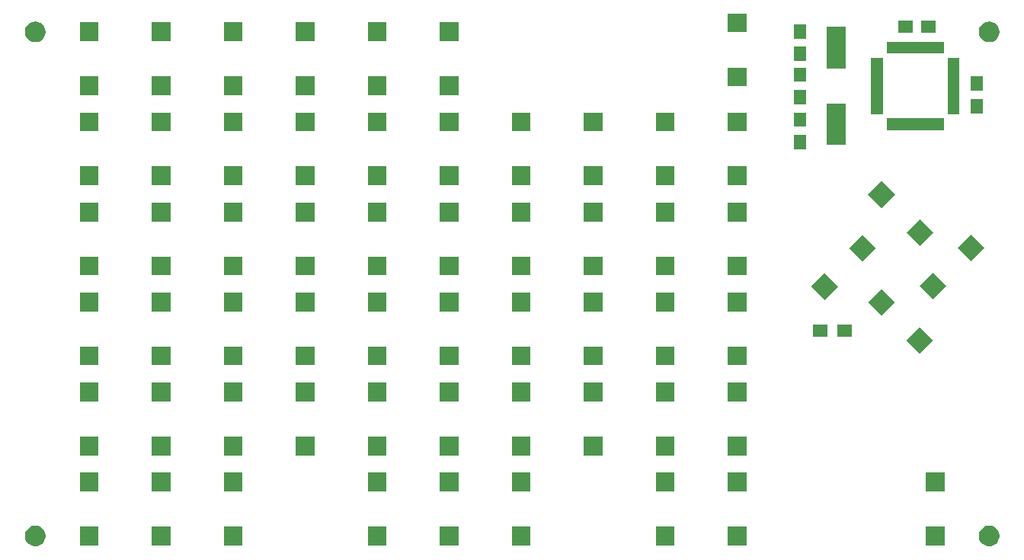
<source format=gbr>
G04 #@! TF.GenerationSoftware,KiCad,Pcbnew,(5.1.0)-1*
G04 #@! TF.CreationDate,2019-08-28T19:33:05+02:00*
G04 #@! TF.ProjectId,atkeyboard,61746b65-7962-46f6-9172-642e6b696361,rev?*
G04 #@! TF.SameCoordinates,Original*
G04 #@! TF.FileFunction,Soldermask,Top*
G04 #@! TF.FilePolarity,Negative*
%FSLAX46Y46*%
G04 Gerber Fmt 4.6, Leading zero omitted, Abs format (unit mm)*
G04 Created by KiCad (PCBNEW (5.1.0)-1) date 2019-08-28 19:33:05*
%MOMM*%
%LPD*%
G04 APERTURE LIST*
%ADD10C,0.100000*%
G04 APERTURE END LIST*
D10*
G36*
X197224549Y-149871116D02*
G01*
X197335734Y-149893232D01*
X197545203Y-149979997D01*
X197733720Y-150105960D01*
X197894040Y-150266280D01*
X198020003Y-150454797D01*
X198106768Y-150664266D01*
X198151000Y-150886636D01*
X198151000Y-151113364D01*
X198106768Y-151335734D01*
X198020003Y-151545203D01*
X197894040Y-151733720D01*
X197733720Y-151894040D01*
X197545203Y-152020003D01*
X197335734Y-152106768D01*
X197224549Y-152128884D01*
X197113365Y-152151000D01*
X196886635Y-152151000D01*
X196775451Y-152128884D01*
X196664266Y-152106768D01*
X196454797Y-152020003D01*
X196266280Y-151894040D01*
X196105960Y-151733720D01*
X195979997Y-151545203D01*
X195893232Y-151335734D01*
X195849000Y-151113364D01*
X195849000Y-150886636D01*
X195893232Y-150664266D01*
X195979997Y-150454797D01*
X196105960Y-150266280D01*
X196266280Y-150105960D01*
X196454797Y-149979997D01*
X196664266Y-149893232D01*
X196775451Y-149871116D01*
X196886635Y-149849000D01*
X197113365Y-149849000D01*
X197224549Y-149871116D01*
X197224549Y-149871116D01*
G37*
G36*
X91224549Y-149871116D02*
G01*
X91335734Y-149893232D01*
X91545203Y-149979997D01*
X91733720Y-150105960D01*
X91894040Y-150266280D01*
X92020003Y-150454797D01*
X92106768Y-150664266D01*
X92151000Y-150886636D01*
X92151000Y-151113364D01*
X92106768Y-151335734D01*
X92020003Y-151545203D01*
X91894040Y-151733720D01*
X91733720Y-151894040D01*
X91545203Y-152020003D01*
X91335734Y-152106768D01*
X91224549Y-152128884D01*
X91113365Y-152151000D01*
X90886635Y-152151000D01*
X90775451Y-152128884D01*
X90664266Y-152106768D01*
X90454797Y-152020003D01*
X90266280Y-151894040D01*
X90105960Y-151733720D01*
X89979997Y-151545203D01*
X89893232Y-151335734D01*
X89849000Y-151113364D01*
X89849000Y-150886636D01*
X89893232Y-150664266D01*
X89979997Y-150454797D01*
X90105960Y-150266280D01*
X90266280Y-150105960D01*
X90454797Y-149979997D01*
X90664266Y-149893232D01*
X90775451Y-149871116D01*
X90886635Y-149849000D01*
X91113365Y-149849000D01*
X91224549Y-149871116D01*
X91224549Y-149871116D01*
G37*
G36*
X192051000Y-152051000D02*
G01*
X189949000Y-152051000D01*
X189949000Y-149949000D01*
X192051000Y-149949000D01*
X192051000Y-152051000D01*
X192051000Y-152051000D01*
G37*
G36*
X146051000Y-152051000D02*
G01*
X143949000Y-152051000D01*
X143949000Y-149949000D01*
X146051000Y-149949000D01*
X146051000Y-152051000D01*
X146051000Y-152051000D01*
G37*
G36*
X138051000Y-152051000D02*
G01*
X135949000Y-152051000D01*
X135949000Y-149949000D01*
X138051000Y-149949000D01*
X138051000Y-152051000D01*
X138051000Y-152051000D01*
G37*
G36*
X130051000Y-152051000D02*
G01*
X127949000Y-152051000D01*
X127949000Y-149949000D01*
X130051000Y-149949000D01*
X130051000Y-152051000D01*
X130051000Y-152051000D01*
G37*
G36*
X170051000Y-152051000D02*
G01*
X167949000Y-152051000D01*
X167949000Y-149949000D01*
X170051000Y-149949000D01*
X170051000Y-152051000D01*
X170051000Y-152051000D01*
G37*
G36*
X106051000Y-152051000D02*
G01*
X103949000Y-152051000D01*
X103949000Y-149949000D01*
X106051000Y-149949000D01*
X106051000Y-152051000D01*
X106051000Y-152051000D01*
G37*
G36*
X98051000Y-152051000D02*
G01*
X95949000Y-152051000D01*
X95949000Y-149949000D01*
X98051000Y-149949000D01*
X98051000Y-152051000D01*
X98051000Y-152051000D01*
G37*
G36*
X114051000Y-152051000D02*
G01*
X111949000Y-152051000D01*
X111949000Y-149949000D01*
X114051000Y-149949000D01*
X114051000Y-152051000D01*
X114051000Y-152051000D01*
G37*
G36*
X162051000Y-152051000D02*
G01*
X159949000Y-152051000D01*
X159949000Y-149949000D01*
X162051000Y-149949000D01*
X162051000Y-152051000D01*
X162051000Y-152051000D01*
G37*
G36*
X106051000Y-146051000D02*
G01*
X103949000Y-146051000D01*
X103949000Y-143949000D01*
X106051000Y-143949000D01*
X106051000Y-146051000D01*
X106051000Y-146051000D01*
G37*
G36*
X138051000Y-146051000D02*
G01*
X135949000Y-146051000D01*
X135949000Y-143949000D01*
X138051000Y-143949000D01*
X138051000Y-146051000D01*
X138051000Y-146051000D01*
G37*
G36*
X98051000Y-146051000D02*
G01*
X95949000Y-146051000D01*
X95949000Y-143949000D01*
X98051000Y-143949000D01*
X98051000Y-146051000D01*
X98051000Y-146051000D01*
G37*
G36*
X170051000Y-146051000D02*
G01*
X167949000Y-146051000D01*
X167949000Y-143949000D01*
X170051000Y-143949000D01*
X170051000Y-146051000D01*
X170051000Y-146051000D01*
G37*
G36*
X114051000Y-146051000D02*
G01*
X111949000Y-146051000D01*
X111949000Y-143949000D01*
X114051000Y-143949000D01*
X114051000Y-146051000D01*
X114051000Y-146051000D01*
G37*
G36*
X192051000Y-146051000D02*
G01*
X189949000Y-146051000D01*
X189949000Y-143949000D01*
X192051000Y-143949000D01*
X192051000Y-146051000D01*
X192051000Y-146051000D01*
G37*
G36*
X146051000Y-146051000D02*
G01*
X143949000Y-146051000D01*
X143949000Y-143949000D01*
X146051000Y-143949000D01*
X146051000Y-146051000D01*
X146051000Y-146051000D01*
G37*
G36*
X130051000Y-146051000D02*
G01*
X127949000Y-146051000D01*
X127949000Y-143949000D01*
X130051000Y-143949000D01*
X130051000Y-146051000D01*
X130051000Y-146051000D01*
G37*
G36*
X162051000Y-146051000D02*
G01*
X159949000Y-146051000D01*
X159949000Y-143949000D01*
X162051000Y-143949000D01*
X162051000Y-146051000D01*
X162051000Y-146051000D01*
G37*
G36*
X154051000Y-142051000D02*
G01*
X151949000Y-142051000D01*
X151949000Y-139949000D01*
X154051000Y-139949000D01*
X154051000Y-142051000D01*
X154051000Y-142051000D01*
G37*
G36*
X162051000Y-142051000D02*
G01*
X159949000Y-142051000D01*
X159949000Y-139949000D01*
X162051000Y-139949000D01*
X162051000Y-142051000D01*
X162051000Y-142051000D01*
G37*
G36*
X130051000Y-142051000D02*
G01*
X127949000Y-142051000D01*
X127949000Y-139949000D01*
X130051000Y-139949000D01*
X130051000Y-142051000D01*
X130051000Y-142051000D01*
G37*
G36*
X170051000Y-142051000D02*
G01*
X167949000Y-142051000D01*
X167949000Y-139949000D01*
X170051000Y-139949000D01*
X170051000Y-142051000D01*
X170051000Y-142051000D01*
G37*
G36*
X146051000Y-142051000D02*
G01*
X143949000Y-142051000D01*
X143949000Y-139949000D01*
X146051000Y-139949000D01*
X146051000Y-142051000D01*
X146051000Y-142051000D01*
G37*
G36*
X106051000Y-142051000D02*
G01*
X103949000Y-142051000D01*
X103949000Y-139949000D01*
X106051000Y-139949000D01*
X106051000Y-142051000D01*
X106051000Y-142051000D01*
G37*
G36*
X98051000Y-142051000D02*
G01*
X95949000Y-142051000D01*
X95949000Y-139949000D01*
X98051000Y-139949000D01*
X98051000Y-142051000D01*
X98051000Y-142051000D01*
G37*
G36*
X122051000Y-142051000D02*
G01*
X119949000Y-142051000D01*
X119949000Y-139949000D01*
X122051000Y-139949000D01*
X122051000Y-142051000D01*
X122051000Y-142051000D01*
G37*
G36*
X138051000Y-142051000D02*
G01*
X135949000Y-142051000D01*
X135949000Y-139949000D01*
X138051000Y-139949000D01*
X138051000Y-142051000D01*
X138051000Y-142051000D01*
G37*
G36*
X114051000Y-142051000D02*
G01*
X111949000Y-142051000D01*
X111949000Y-139949000D01*
X114051000Y-139949000D01*
X114051000Y-142051000D01*
X114051000Y-142051000D01*
G37*
G36*
X98051000Y-136051000D02*
G01*
X95949000Y-136051000D01*
X95949000Y-133949000D01*
X98051000Y-133949000D01*
X98051000Y-136051000D01*
X98051000Y-136051000D01*
G37*
G36*
X114051000Y-136051000D02*
G01*
X111949000Y-136051000D01*
X111949000Y-133949000D01*
X114051000Y-133949000D01*
X114051000Y-136051000D01*
X114051000Y-136051000D01*
G37*
G36*
X106051000Y-136051000D02*
G01*
X103949000Y-136051000D01*
X103949000Y-133949000D01*
X106051000Y-133949000D01*
X106051000Y-136051000D01*
X106051000Y-136051000D01*
G37*
G36*
X170051000Y-136051000D02*
G01*
X167949000Y-136051000D01*
X167949000Y-133949000D01*
X170051000Y-133949000D01*
X170051000Y-136051000D01*
X170051000Y-136051000D01*
G37*
G36*
X162051000Y-136051000D02*
G01*
X159949000Y-136051000D01*
X159949000Y-133949000D01*
X162051000Y-133949000D01*
X162051000Y-136051000D01*
X162051000Y-136051000D01*
G37*
G36*
X146051000Y-136051000D02*
G01*
X143949000Y-136051000D01*
X143949000Y-133949000D01*
X146051000Y-133949000D01*
X146051000Y-136051000D01*
X146051000Y-136051000D01*
G37*
G36*
X154051000Y-136051000D02*
G01*
X151949000Y-136051000D01*
X151949000Y-133949000D01*
X154051000Y-133949000D01*
X154051000Y-136051000D01*
X154051000Y-136051000D01*
G37*
G36*
X122051000Y-136051000D02*
G01*
X119949000Y-136051000D01*
X119949000Y-133949000D01*
X122051000Y-133949000D01*
X122051000Y-136051000D01*
X122051000Y-136051000D01*
G37*
G36*
X130051000Y-136051000D02*
G01*
X127949000Y-136051000D01*
X127949000Y-133949000D01*
X130051000Y-133949000D01*
X130051000Y-136051000D01*
X130051000Y-136051000D01*
G37*
G36*
X138051000Y-136051000D02*
G01*
X135949000Y-136051000D01*
X135949000Y-133949000D01*
X138051000Y-133949000D01*
X138051000Y-136051000D01*
X138051000Y-136051000D01*
G37*
G36*
X106051000Y-132051000D02*
G01*
X103949000Y-132051000D01*
X103949000Y-129949000D01*
X106051000Y-129949000D01*
X106051000Y-132051000D01*
X106051000Y-132051000D01*
G37*
G36*
X162051000Y-132051000D02*
G01*
X159949000Y-132051000D01*
X159949000Y-129949000D01*
X162051000Y-129949000D01*
X162051000Y-132051000D01*
X162051000Y-132051000D01*
G37*
G36*
X154051000Y-132051000D02*
G01*
X151949000Y-132051000D01*
X151949000Y-129949000D01*
X154051000Y-129949000D01*
X154051000Y-132051000D01*
X154051000Y-132051000D01*
G37*
G36*
X146051000Y-132051000D02*
G01*
X143949000Y-132051000D01*
X143949000Y-129949000D01*
X146051000Y-129949000D01*
X146051000Y-132051000D01*
X146051000Y-132051000D01*
G37*
G36*
X138051000Y-132051000D02*
G01*
X135949000Y-132051000D01*
X135949000Y-129949000D01*
X138051000Y-129949000D01*
X138051000Y-132051000D01*
X138051000Y-132051000D01*
G37*
G36*
X130051000Y-132051000D02*
G01*
X127949000Y-132051000D01*
X127949000Y-129949000D01*
X130051000Y-129949000D01*
X130051000Y-132051000D01*
X130051000Y-132051000D01*
G37*
G36*
X122051000Y-132051000D02*
G01*
X119949000Y-132051000D01*
X119949000Y-129949000D01*
X122051000Y-129949000D01*
X122051000Y-132051000D01*
X122051000Y-132051000D01*
G37*
G36*
X98051000Y-132051000D02*
G01*
X95949000Y-132051000D01*
X95949000Y-129949000D01*
X98051000Y-129949000D01*
X98051000Y-132051000D01*
X98051000Y-132051000D01*
G37*
G36*
X114051000Y-132051000D02*
G01*
X111949000Y-132051000D01*
X111949000Y-129949000D01*
X114051000Y-129949000D01*
X114051000Y-132051000D01*
X114051000Y-132051000D01*
G37*
G36*
X170051000Y-132051000D02*
G01*
X167949000Y-132051000D01*
X167949000Y-129949000D01*
X170051000Y-129949000D01*
X170051000Y-132051000D01*
X170051000Y-132051000D01*
G37*
G36*
X190779231Y-129292893D02*
G01*
X189292893Y-130779231D01*
X187806555Y-129292893D01*
X189292893Y-127806555D01*
X190779231Y-129292893D01*
X190779231Y-129292893D01*
G37*
G36*
X179051000Y-128901000D02*
G01*
X177449000Y-128901000D01*
X177449000Y-127499000D01*
X179051000Y-127499000D01*
X179051000Y-128901000D01*
X179051000Y-128901000D01*
G37*
G36*
X181751000Y-128901000D02*
G01*
X180149000Y-128901000D01*
X180149000Y-127499000D01*
X181751000Y-127499000D01*
X181751000Y-128901000D01*
X181751000Y-128901000D01*
G37*
G36*
X186536591Y-125050253D02*
G01*
X185050253Y-126536591D01*
X183563915Y-125050253D01*
X185050253Y-123563915D01*
X186536591Y-125050253D01*
X186536591Y-125050253D01*
G37*
G36*
X98051000Y-126051000D02*
G01*
X95949000Y-126051000D01*
X95949000Y-123949000D01*
X98051000Y-123949000D01*
X98051000Y-126051000D01*
X98051000Y-126051000D01*
G37*
G36*
X106051000Y-126051000D02*
G01*
X103949000Y-126051000D01*
X103949000Y-123949000D01*
X106051000Y-123949000D01*
X106051000Y-126051000D01*
X106051000Y-126051000D01*
G37*
G36*
X154051000Y-126051000D02*
G01*
X151949000Y-126051000D01*
X151949000Y-123949000D01*
X154051000Y-123949000D01*
X154051000Y-126051000D01*
X154051000Y-126051000D01*
G37*
G36*
X162051000Y-126051000D02*
G01*
X159949000Y-126051000D01*
X159949000Y-123949000D01*
X162051000Y-123949000D01*
X162051000Y-126051000D01*
X162051000Y-126051000D01*
G37*
G36*
X138051000Y-126051000D02*
G01*
X135949000Y-126051000D01*
X135949000Y-123949000D01*
X138051000Y-123949000D01*
X138051000Y-126051000D01*
X138051000Y-126051000D01*
G37*
G36*
X130051000Y-126051000D02*
G01*
X127949000Y-126051000D01*
X127949000Y-123949000D01*
X130051000Y-123949000D01*
X130051000Y-126051000D01*
X130051000Y-126051000D01*
G37*
G36*
X122051000Y-126051000D02*
G01*
X119949000Y-126051000D01*
X119949000Y-123949000D01*
X122051000Y-123949000D01*
X122051000Y-126051000D01*
X122051000Y-126051000D01*
G37*
G36*
X114051000Y-126051000D02*
G01*
X111949000Y-126051000D01*
X111949000Y-123949000D01*
X114051000Y-123949000D01*
X114051000Y-126051000D01*
X114051000Y-126051000D01*
G37*
G36*
X170051000Y-126051000D02*
G01*
X167949000Y-126051000D01*
X167949000Y-123949000D01*
X170051000Y-123949000D01*
X170051000Y-126051000D01*
X170051000Y-126051000D01*
G37*
G36*
X146051000Y-126051000D02*
G01*
X143949000Y-126051000D01*
X143949000Y-123949000D01*
X146051000Y-123949000D01*
X146051000Y-126051000D01*
X146051000Y-126051000D01*
G37*
G36*
X180193445Y-123292893D02*
G01*
X178707107Y-124779231D01*
X177220769Y-123292893D01*
X178707107Y-121806555D01*
X180193445Y-123292893D01*
X180193445Y-123292893D01*
G37*
G36*
X192243445Y-123242893D02*
G01*
X190757107Y-124729231D01*
X189270769Y-123242893D01*
X190757107Y-121756555D01*
X192243445Y-123242893D01*
X192243445Y-123242893D01*
G37*
G36*
X170051000Y-122051000D02*
G01*
X167949000Y-122051000D01*
X167949000Y-119949000D01*
X170051000Y-119949000D01*
X170051000Y-122051000D01*
X170051000Y-122051000D01*
G37*
G36*
X162051000Y-122051000D02*
G01*
X159949000Y-122051000D01*
X159949000Y-119949000D01*
X162051000Y-119949000D01*
X162051000Y-122051000D01*
X162051000Y-122051000D01*
G37*
G36*
X154051000Y-122051000D02*
G01*
X151949000Y-122051000D01*
X151949000Y-119949000D01*
X154051000Y-119949000D01*
X154051000Y-122051000D01*
X154051000Y-122051000D01*
G37*
G36*
X146051000Y-122051000D02*
G01*
X143949000Y-122051000D01*
X143949000Y-119949000D01*
X146051000Y-119949000D01*
X146051000Y-122051000D01*
X146051000Y-122051000D01*
G37*
G36*
X130051000Y-122051000D02*
G01*
X127949000Y-122051000D01*
X127949000Y-119949000D01*
X130051000Y-119949000D01*
X130051000Y-122051000D01*
X130051000Y-122051000D01*
G37*
G36*
X114051000Y-122051000D02*
G01*
X111949000Y-122051000D01*
X111949000Y-119949000D01*
X114051000Y-119949000D01*
X114051000Y-122051000D01*
X114051000Y-122051000D01*
G37*
G36*
X122051000Y-122051000D02*
G01*
X119949000Y-122051000D01*
X119949000Y-119949000D01*
X122051000Y-119949000D01*
X122051000Y-122051000D01*
X122051000Y-122051000D01*
G37*
G36*
X138051000Y-122051000D02*
G01*
X135949000Y-122051000D01*
X135949000Y-119949000D01*
X138051000Y-119949000D01*
X138051000Y-122051000D01*
X138051000Y-122051000D01*
G37*
G36*
X106051000Y-122051000D02*
G01*
X103949000Y-122051000D01*
X103949000Y-119949000D01*
X106051000Y-119949000D01*
X106051000Y-122051000D01*
X106051000Y-122051000D01*
G37*
G36*
X98051000Y-122051000D02*
G01*
X95949000Y-122051000D01*
X95949000Y-119949000D01*
X98051000Y-119949000D01*
X98051000Y-122051000D01*
X98051000Y-122051000D01*
G37*
G36*
X184436085Y-119050253D02*
G01*
X182949747Y-120536591D01*
X181463409Y-119050253D01*
X182949747Y-117563915D01*
X184436085Y-119050253D01*
X184436085Y-119050253D01*
G37*
G36*
X196486085Y-119000253D02*
G01*
X194999747Y-120486591D01*
X193513409Y-119000253D01*
X194999747Y-117513915D01*
X196486085Y-119000253D01*
X196486085Y-119000253D01*
G37*
G36*
X190779231Y-117292893D02*
G01*
X189292893Y-118779231D01*
X187806555Y-117292893D01*
X189292893Y-115806555D01*
X190779231Y-117292893D01*
X190779231Y-117292893D01*
G37*
G36*
X130051000Y-116051000D02*
G01*
X127949000Y-116051000D01*
X127949000Y-113949000D01*
X130051000Y-113949000D01*
X130051000Y-116051000D01*
X130051000Y-116051000D01*
G37*
G36*
X98051000Y-116051000D02*
G01*
X95949000Y-116051000D01*
X95949000Y-113949000D01*
X98051000Y-113949000D01*
X98051000Y-116051000D01*
X98051000Y-116051000D01*
G37*
G36*
X170051000Y-116051000D02*
G01*
X167949000Y-116051000D01*
X167949000Y-113949000D01*
X170051000Y-113949000D01*
X170051000Y-116051000D01*
X170051000Y-116051000D01*
G37*
G36*
X114051000Y-116051000D02*
G01*
X111949000Y-116051000D01*
X111949000Y-113949000D01*
X114051000Y-113949000D01*
X114051000Y-116051000D01*
X114051000Y-116051000D01*
G37*
G36*
X106051000Y-116051000D02*
G01*
X103949000Y-116051000D01*
X103949000Y-113949000D01*
X106051000Y-113949000D01*
X106051000Y-116051000D01*
X106051000Y-116051000D01*
G37*
G36*
X146051000Y-116051000D02*
G01*
X143949000Y-116051000D01*
X143949000Y-113949000D01*
X146051000Y-113949000D01*
X146051000Y-116051000D01*
X146051000Y-116051000D01*
G37*
G36*
X138051000Y-116051000D02*
G01*
X135949000Y-116051000D01*
X135949000Y-113949000D01*
X138051000Y-113949000D01*
X138051000Y-116051000D01*
X138051000Y-116051000D01*
G37*
G36*
X154051000Y-116051000D02*
G01*
X151949000Y-116051000D01*
X151949000Y-113949000D01*
X154051000Y-113949000D01*
X154051000Y-116051000D01*
X154051000Y-116051000D01*
G37*
G36*
X162051000Y-116051000D02*
G01*
X159949000Y-116051000D01*
X159949000Y-113949000D01*
X162051000Y-113949000D01*
X162051000Y-116051000D01*
X162051000Y-116051000D01*
G37*
G36*
X122051000Y-116051000D02*
G01*
X119949000Y-116051000D01*
X119949000Y-113949000D01*
X122051000Y-113949000D01*
X122051000Y-116051000D01*
X122051000Y-116051000D01*
G37*
G36*
X186536591Y-113050253D02*
G01*
X185050253Y-114536591D01*
X183563915Y-113050253D01*
X185050253Y-111563915D01*
X186536591Y-113050253D01*
X186536591Y-113050253D01*
G37*
G36*
X146051000Y-112051000D02*
G01*
X143949000Y-112051000D01*
X143949000Y-109949000D01*
X146051000Y-109949000D01*
X146051000Y-112051000D01*
X146051000Y-112051000D01*
G37*
G36*
X114051000Y-112051000D02*
G01*
X111949000Y-112051000D01*
X111949000Y-109949000D01*
X114051000Y-109949000D01*
X114051000Y-112051000D01*
X114051000Y-112051000D01*
G37*
G36*
X138051000Y-112051000D02*
G01*
X135949000Y-112051000D01*
X135949000Y-109949000D01*
X138051000Y-109949000D01*
X138051000Y-112051000D01*
X138051000Y-112051000D01*
G37*
G36*
X106051000Y-112051000D02*
G01*
X103949000Y-112051000D01*
X103949000Y-109949000D01*
X106051000Y-109949000D01*
X106051000Y-112051000D01*
X106051000Y-112051000D01*
G37*
G36*
X98051000Y-112051000D02*
G01*
X95949000Y-112051000D01*
X95949000Y-109949000D01*
X98051000Y-109949000D01*
X98051000Y-112051000D01*
X98051000Y-112051000D01*
G37*
G36*
X170051000Y-112051000D02*
G01*
X167949000Y-112051000D01*
X167949000Y-109949000D01*
X170051000Y-109949000D01*
X170051000Y-112051000D01*
X170051000Y-112051000D01*
G37*
G36*
X162051000Y-112051000D02*
G01*
X159949000Y-112051000D01*
X159949000Y-109949000D01*
X162051000Y-109949000D01*
X162051000Y-112051000D01*
X162051000Y-112051000D01*
G37*
G36*
X154051000Y-112051000D02*
G01*
X151949000Y-112051000D01*
X151949000Y-109949000D01*
X154051000Y-109949000D01*
X154051000Y-112051000D01*
X154051000Y-112051000D01*
G37*
G36*
X130051000Y-112051000D02*
G01*
X127949000Y-112051000D01*
X127949000Y-109949000D01*
X130051000Y-109949000D01*
X130051000Y-112051000D01*
X130051000Y-112051000D01*
G37*
G36*
X122051000Y-112051000D02*
G01*
X119949000Y-112051000D01*
X119949000Y-109949000D01*
X122051000Y-109949000D01*
X122051000Y-112051000D01*
X122051000Y-112051000D01*
G37*
G36*
X176676000Y-108051000D02*
G01*
X175324000Y-108051000D01*
X175324000Y-106449000D01*
X176676000Y-106449000D01*
X176676000Y-108051000D01*
X176676000Y-108051000D01*
G37*
G36*
X181051000Y-107551000D02*
G01*
X178949000Y-107551000D01*
X178949000Y-102949000D01*
X181051000Y-102949000D01*
X181051000Y-107551000D01*
X181051000Y-107551000D01*
G37*
G36*
X162051000Y-106051000D02*
G01*
X159949000Y-106051000D01*
X159949000Y-103949000D01*
X162051000Y-103949000D01*
X162051000Y-106051000D01*
X162051000Y-106051000D01*
G37*
G36*
X138051000Y-106051000D02*
G01*
X135949000Y-106051000D01*
X135949000Y-103949000D01*
X138051000Y-103949000D01*
X138051000Y-106051000D01*
X138051000Y-106051000D01*
G37*
G36*
X122051000Y-106051000D02*
G01*
X119949000Y-106051000D01*
X119949000Y-103949000D01*
X122051000Y-103949000D01*
X122051000Y-106051000D01*
X122051000Y-106051000D01*
G37*
G36*
X98051000Y-106051000D02*
G01*
X95949000Y-106051000D01*
X95949000Y-103949000D01*
X98051000Y-103949000D01*
X98051000Y-106051000D01*
X98051000Y-106051000D01*
G37*
G36*
X114051000Y-106051000D02*
G01*
X111949000Y-106051000D01*
X111949000Y-103949000D01*
X114051000Y-103949000D01*
X114051000Y-106051000D01*
X114051000Y-106051000D01*
G37*
G36*
X130051000Y-106051000D02*
G01*
X127949000Y-106051000D01*
X127949000Y-103949000D01*
X130051000Y-103949000D01*
X130051000Y-106051000D01*
X130051000Y-106051000D01*
G37*
G36*
X106051000Y-106051000D02*
G01*
X103949000Y-106051000D01*
X103949000Y-103949000D01*
X106051000Y-103949000D01*
X106051000Y-106051000D01*
X106051000Y-106051000D01*
G37*
G36*
X154051000Y-106051000D02*
G01*
X151949000Y-106051000D01*
X151949000Y-103949000D01*
X154051000Y-103949000D01*
X154051000Y-106051000D01*
X154051000Y-106051000D01*
G37*
G36*
X146051000Y-106051000D02*
G01*
X143949000Y-106051000D01*
X143949000Y-103949000D01*
X146051000Y-103949000D01*
X146051000Y-106051000D01*
X146051000Y-106051000D01*
G37*
G36*
X170051000Y-106051000D02*
G01*
X167949000Y-106051000D01*
X167949000Y-103949000D01*
X170051000Y-103949000D01*
X170051000Y-106051000D01*
X170051000Y-106051000D01*
G37*
G36*
X191951000Y-105901000D02*
G01*
X185649000Y-105901000D01*
X185649000Y-104599000D01*
X191951000Y-104599000D01*
X191951000Y-105901000D01*
X191951000Y-105901000D01*
G37*
G36*
X176676000Y-105551000D02*
G01*
X175324000Y-105551000D01*
X175324000Y-103949000D01*
X176676000Y-103949000D01*
X176676000Y-105551000D01*
X176676000Y-105551000D01*
G37*
G36*
X193701000Y-104151000D02*
G01*
X192399000Y-104151000D01*
X192399000Y-97849000D01*
X193701000Y-97849000D01*
X193701000Y-104151000D01*
X193701000Y-104151000D01*
G37*
G36*
X185201000Y-104151000D02*
G01*
X183899000Y-104151000D01*
X183899000Y-97849000D01*
X185201000Y-97849000D01*
X185201000Y-104151000D01*
X185201000Y-104151000D01*
G37*
G36*
X196276000Y-104051000D02*
G01*
X194924000Y-104051000D01*
X194924000Y-102449000D01*
X196276000Y-102449000D01*
X196276000Y-104051000D01*
X196276000Y-104051000D01*
G37*
G36*
X176676000Y-103051000D02*
G01*
X175324000Y-103051000D01*
X175324000Y-101449000D01*
X176676000Y-101449000D01*
X176676000Y-103051000D01*
X176676000Y-103051000D01*
G37*
G36*
X114051000Y-102051000D02*
G01*
X111949000Y-102051000D01*
X111949000Y-99949000D01*
X114051000Y-99949000D01*
X114051000Y-102051000D01*
X114051000Y-102051000D01*
G37*
G36*
X130051000Y-102051000D02*
G01*
X127949000Y-102051000D01*
X127949000Y-99949000D01*
X130051000Y-99949000D01*
X130051000Y-102051000D01*
X130051000Y-102051000D01*
G37*
G36*
X98051000Y-102051000D02*
G01*
X95949000Y-102051000D01*
X95949000Y-99949000D01*
X98051000Y-99949000D01*
X98051000Y-102051000D01*
X98051000Y-102051000D01*
G37*
G36*
X106051000Y-102051000D02*
G01*
X103949000Y-102051000D01*
X103949000Y-99949000D01*
X106051000Y-99949000D01*
X106051000Y-102051000D01*
X106051000Y-102051000D01*
G37*
G36*
X122051000Y-102051000D02*
G01*
X119949000Y-102051000D01*
X119949000Y-99949000D01*
X122051000Y-99949000D01*
X122051000Y-102051000D01*
X122051000Y-102051000D01*
G37*
G36*
X138051000Y-102051000D02*
G01*
X135949000Y-102051000D01*
X135949000Y-99949000D01*
X138051000Y-99949000D01*
X138051000Y-102051000D01*
X138051000Y-102051000D01*
G37*
G36*
X196276000Y-101551000D02*
G01*
X194924000Y-101551000D01*
X194924000Y-99949000D01*
X196276000Y-99949000D01*
X196276000Y-101551000D01*
X196276000Y-101551000D01*
G37*
G36*
X170051000Y-101051000D02*
G01*
X167949000Y-101051000D01*
X167949000Y-98949000D01*
X170051000Y-98949000D01*
X170051000Y-101051000D01*
X170051000Y-101051000D01*
G37*
G36*
X176676000Y-100551000D02*
G01*
X175324000Y-100551000D01*
X175324000Y-98949000D01*
X176676000Y-98949000D01*
X176676000Y-100551000D01*
X176676000Y-100551000D01*
G37*
G36*
X181051000Y-99051000D02*
G01*
X178949000Y-99051000D01*
X178949000Y-94449000D01*
X181051000Y-94449000D01*
X181051000Y-99051000D01*
X181051000Y-99051000D01*
G37*
G36*
X176676000Y-98251000D02*
G01*
X175324000Y-98251000D01*
X175324000Y-96649000D01*
X176676000Y-96649000D01*
X176676000Y-98251000D01*
X176676000Y-98251000D01*
G37*
G36*
X191951000Y-97401000D02*
G01*
X185649000Y-97401000D01*
X185649000Y-96099000D01*
X191951000Y-96099000D01*
X191951000Y-97401000D01*
X191951000Y-97401000D01*
G37*
G36*
X91224549Y-93871116D02*
G01*
X91335734Y-93893232D01*
X91545203Y-93979997D01*
X91733720Y-94105960D01*
X91894040Y-94266280D01*
X92020003Y-94454797D01*
X92106768Y-94664266D01*
X92151000Y-94886636D01*
X92151000Y-95113364D01*
X92106768Y-95335734D01*
X92020003Y-95545203D01*
X91894040Y-95733720D01*
X91733720Y-95894040D01*
X91545203Y-96020003D01*
X91335734Y-96106768D01*
X91224549Y-96128884D01*
X91113365Y-96151000D01*
X90886635Y-96151000D01*
X90775451Y-96128884D01*
X90664266Y-96106768D01*
X90454797Y-96020003D01*
X90266280Y-95894040D01*
X90105960Y-95733720D01*
X89979997Y-95545203D01*
X89893232Y-95335734D01*
X89849000Y-95113364D01*
X89849000Y-94886636D01*
X89893232Y-94664266D01*
X89979997Y-94454797D01*
X90105960Y-94266280D01*
X90266280Y-94105960D01*
X90454797Y-93979997D01*
X90664266Y-93893232D01*
X90775451Y-93871116D01*
X90886635Y-93849000D01*
X91113365Y-93849000D01*
X91224549Y-93871116D01*
X91224549Y-93871116D01*
G37*
G36*
X197224549Y-93871116D02*
G01*
X197335734Y-93893232D01*
X197545203Y-93979997D01*
X197733720Y-94105960D01*
X197894040Y-94266280D01*
X198020003Y-94454797D01*
X198106768Y-94664266D01*
X198151000Y-94886636D01*
X198151000Y-95113364D01*
X198106768Y-95335734D01*
X198020003Y-95545203D01*
X197894040Y-95733720D01*
X197733720Y-95894040D01*
X197545203Y-96020003D01*
X197335734Y-96106768D01*
X197224549Y-96128884D01*
X197113365Y-96151000D01*
X196886635Y-96151000D01*
X196775451Y-96128884D01*
X196664266Y-96106768D01*
X196454797Y-96020003D01*
X196266280Y-95894040D01*
X196105960Y-95733720D01*
X195979997Y-95545203D01*
X195893232Y-95335734D01*
X195849000Y-95113364D01*
X195849000Y-94886636D01*
X195893232Y-94664266D01*
X195979997Y-94454797D01*
X196105960Y-94266280D01*
X196266280Y-94105960D01*
X196454797Y-93979997D01*
X196664266Y-93893232D01*
X196775451Y-93871116D01*
X196886635Y-93849000D01*
X197113365Y-93849000D01*
X197224549Y-93871116D01*
X197224549Y-93871116D01*
G37*
G36*
X138051000Y-96051000D02*
G01*
X135949000Y-96051000D01*
X135949000Y-93949000D01*
X138051000Y-93949000D01*
X138051000Y-96051000D01*
X138051000Y-96051000D01*
G37*
G36*
X106051000Y-96051000D02*
G01*
X103949000Y-96051000D01*
X103949000Y-93949000D01*
X106051000Y-93949000D01*
X106051000Y-96051000D01*
X106051000Y-96051000D01*
G37*
G36*
X114051000Y-96051000D02*
G01*
X111949000Y-96051000D01*
X111949000Y-93949000D01*
X114051000Y-93949000D01*
X114051000Y-96051000D01*
X114051000Y-96051000D01*
G37*
G36*
X122051000Y-96051000D02*
G01*
X119949000Y-96051000D01*
X119949000Y-93949000D01*
X122051000Y-93949000D01*
X122051000Y-96051000D01*
X122051000Y-96051000D01*
G37*
G36*
X98051000Y-96051000D02*
G01*
X95949000Y-96051000D01*
X95949000Y-93949000D01*
X98051000Y-93949000D01*
X98051000Y-96051000D01*
X98051000Y-96051000D01*
G37*
G36*
X130051000Y-96051000D02*
G01*
X127949000Y-96051000D01*
X127949000Y-93949000D01*
X130051000Y-93949000D01*
X130051000Y-96051000D01*
X130051000Y-96051000D01*
G37*
G36*
X176676000Y-95751000D02*
G01*
X175324000Y-95751000D01*
X175324000Y-94149000D01*
X176676000Y-94149000D01*
X176676000Y-95751000D01*
X176676000Y-95751000D01*
G37*
G36*
X191051000Y-95076000D02*
G01*
X189449000Y-95076000D01*
X189449000Y-93724000D01*
X191051000Y-93724000D01*
X191051000Y-95076000D01*
X191051000Y-95076000D01*
G37*
G36*
X188551000Y-95076000D02*
G01*
X186949000Y-95076000D01*
X186949000Y-93724000D01*
X188551000Y-93724000D01*
X188551000Y-95076000D01*
X188551000Y-95076000D01*
G37*
G36*
X170051000Y-95051000D02*
G01*
X167949000Y-95051000D01*
X167949000Y-92949000D01*
X170051000Y-92949000D01*
X170051000Y-95051000D01*
X170051000Y-95051000D01*
G37*
M02*

</source>
